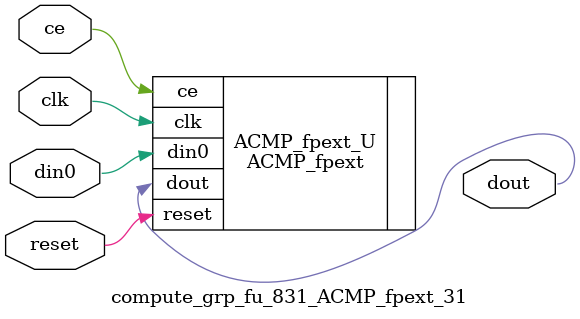
<source format=v>

`timescale 1 ns / 1 ps
module compute_grp_fu_831_ACMP_fpext_31(
    clk,
    reset,
    ce,
    din0,
    dout);

parameter ID = 32'd1;
parameter NUM_STAGE = 32'd1;
parameter din0_WIDTH = 32'd1;
parameter dout_WIDTH = 32'd1;
input clk;
input reset;
input ce;
input[din0_WIDTH - 1:0] din0;
output[dout_WIDTH - 1:0] dout;



ACMP_fpext #(
.ID( ID ),
.NUM_STAGE( 4 ),
.din0_WIDTH( din0_WIDTH ),
.dout_WIDTH( dout_WIDTH ))
ACMP_fpext_U(
    .clk( clk ),
    .reset( reset ),
    .ce( ce ),
    .din0( din0 ),
    .dout( dout ));

endmodule

</source>
